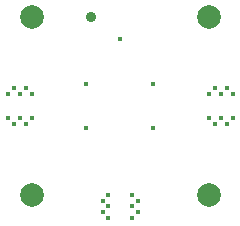
<source format=gbr>
%TF.GenerationSoftware,KiCad,Pcbnew,6.0.9+dfsg-1~bpo11+1*%
%TF.CreationDate,2022-11-11T15:11:52+01:00*%
%TF.ProjectId,012-prototype-board,3031322d-7072-46f7-946f-747970652d62,1*%
%TF.SameCoordinates,Original*%
%TF.FileFunction,Plated,1,2,PTH,Drill*%
%TF.FilePolarity,Positive*%
%FSLAX46Y46*%
G04 Gerber Fmt 4.6, Leading zero omitted, Abs format (unit mm)*
G04 Created by KiCad (PCBNEW 6.0.9+dfsg-1~bpo11+1) date 2022-11-11 15:11:52*
%MOMM*%
%LPD*%
G01*
G04 APERTURE LIST*
%TA.AperFunction,ViaDrill*%
%ADD10C,0.400000*%
%TD*%
%TA.AperFunction,ComponentDrill*%
%ADD11C,0.400000*%
%TD*%
%TA.AperFunction,ComponentDrill*%
%ADD12C,0.900000*%
%TD*%
%TA.AperFunction,ComponentDrill*%
%ADD13C,2.000000*%
%TD*%
G04 APERTURE END LIST*
D10*
X157100000Y-83100000D03*
X157100000Y-86900000D03*
X160000000Y-79300000D03*
X162800000Y-83100000D03*
X162800000Y-86900000D03*
D11*
%TO.C,J2*%
X150500000Y-84000000D03*
X150500000Y-86000000D03*
X151000000Y-83500000D03*
X151000000Y-86500000D03*
X151500000Y-84000000D03*
X151500000Y-86000000D03*
X152000000Y-83500000D03*
X152000000Y-86500000D03*
X152500000Y-84000000D03*
X152500000Y-86000000D03*
%TO.C,J1*%
X158500000Y-93000000D03*
X158500000Y-94000000D03*
X159000000Y-92500000D03*
X159000000Y-93500000D03*
X159000000Y-94500000D03*
X161000000Y-92500000D03*
X161000000Y-93500000D03*
X161000000Y-94500000D03*
X161500000Y-93000000D03*
X161500000Y-94000000D03*
%TO.C,J2*%
X167500000Y-84000000D03*
X167500000Y-86000000D03*
X168000000Y-83500000D03*
X168000000Y-86500000D03*
X168500000Y-84000000D03*
X168500000Y-86000000D03*
X169000000Y-83500000D03*
X169000000Y-86500000D03*
X169500000Y-84000000D03*
X169500000Y-86000000D03*
D12*
%TO.C,REF\u002A\u002A*%
X157500000Y-77500000D03*
D13*
%TO.C,H1*%
X152500000Y-77500000D03*
%TO.C,H2*%
X152500000Y-92500000D03*
%TO.C,H4*%
X167500000Y-77500000D03*
%TO.C,H3*%
X167500000Y-92500000D03*
M02*

</source>
